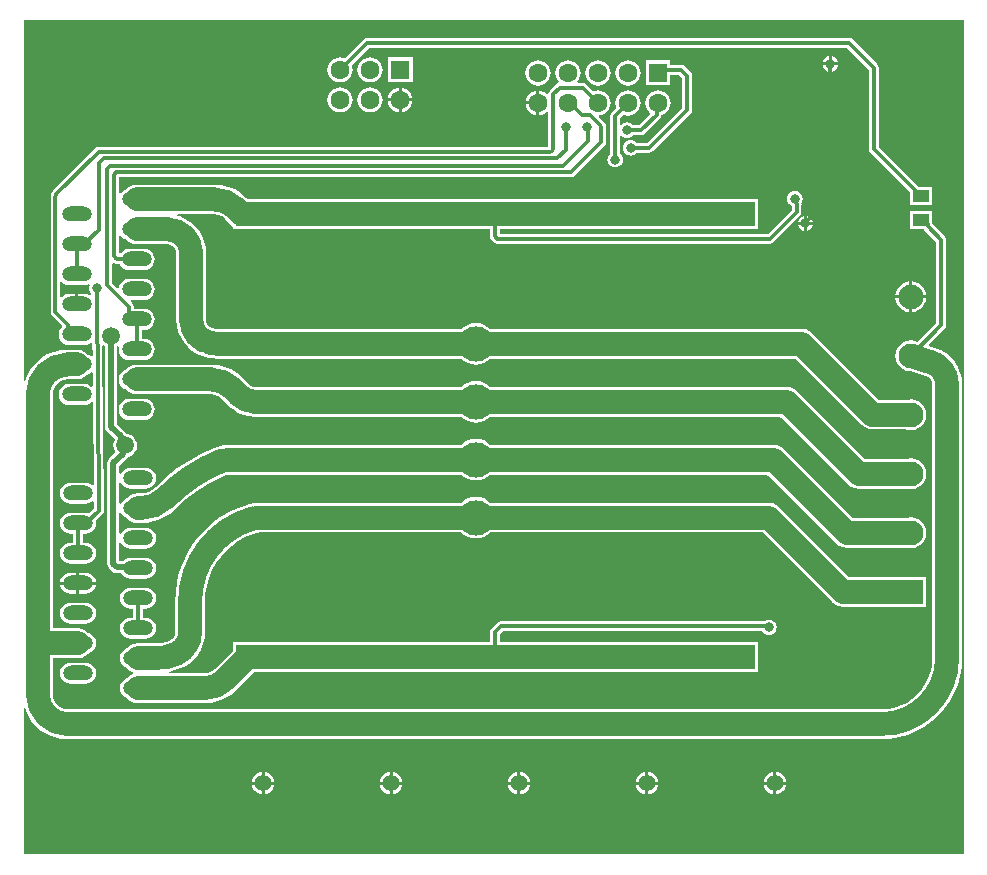
<source format=gtl>
G04*
G04 #@! TF.GenerationSoftware,Altium Limited,Altium Designer,20.0.13 (296)*
G04*
G04 Layer_Physical_Order=1*
G04 Layer_Color=255*
%FSLAX44Y44*%
%MOMM*%
G71*
G01*
G75*
%ADD14R,3.4000X2.0000*%
%ADD15R,1.4000X1.0000*%
%ADD30C,2.0000*%
%ADD31C,0.3000*%
%ADD32C,0.5000*%
%ADD33O,2.5400X1.2700*%
%ADD34R,1.4000X1.4000*%
%ADD35C,1.4000*%
%ADD36C,1.6050*%
%ADD37R,1.6050X1.6050*%
%ADD38R,2.1000X2.1000*%
%ADD39C,2.1000*%
%ADD40C,0.8000*%
%ADD41C,1.5000*%
%ADD42C,3.0000*%
%ADD43C,4.0000*%
G36*
X288167Y737035D02*
X290329Y736139D01*
X292650Y735833D01*
X305350D01*
X307671Y736139D01*
X309090Y736727D01*
X310062Y735755D01*
X309628Y734707D01*
X309404Y733000D01*
X309628Y731293D01*
X310287Y729702D01*
X311336Y728336D01*
X311394Y728291D01*
X311349Y727603D01*
X310037Y727009D01*
X309833Y727165D01*
X307671Y728061D01*
X305350Y728367D01*
X300270D01*
Y719400D01*
X297730D01*
Y728367D01*
X292650D01*
X290329Y728061D01*
X288167Y727165D01*
X286389Y725801D01*
X285850Y725897D01*
X285119Y726144D01*
Y738055D01*
X285850Y738304D01*
X286389Y738399D01*
X288167Y737035D01*
D02*
G37*
G36*
X1050000Y254000D02*
X254000D01*
Y377497D01*
X255205Y377640D01*
X257491Y372122D01*
X260611Y367030D01*
X264489Y362489D01*
X269030Y358611D01*
X274122Y355491D01*
X279640Y353205D01*
X285446Y351811D01*
X291400Y351343D01*
Y351352D01*
X980000D01*
X980003Y351352D01*
X987686Y351784D01*
X995276Y353073D01*
X1002673Y355204D01*
X1009785Y358150D01*
X1016523Y361874D01*
X1022801Y366329D01*
X1028541Y371459D01*
X1033671Y377199D01*
X1038126Y383477D01*
X1041850Y390215D01*
X1044796Y397327D01*
X1046927Y404724D01*
X1048216Y412314D01*
X1048648Y419997D01*
X1048648Y420000D01*
Y651681D01*
X1048629Y651824D01*
X1048239Y656787D01*
X1047043Y661767D01*
X1045083Y666499D01*
X1042407Y670866D01*
X1039080Y674761D01*
X1035186Y678087D01*
X1030818Y680764D01*
X1026087Y682724D01*
X1025798Y682793D01*
X1025589Y682889D01*
X1020746Y684382D01*
X1020440Y685614D01*
X1033913Y699087D01*
X1034806Y700424D01*
X1035119Y702000D01*
Y774000D01*
X1034806Y775576D01*
X1033913Y776913D01*
X1023619Y787206D01*
Y787500D01*
X1023540Y787898D01*
Y798540D01*
X1004460D01*
Y783460D01*
X1016004D01*
X1016587Y782587D01*
X1026881Y772294D01*
Y703706D01*
X1010861Y687687D01*
X1008404Y688704D01*
X1005000Y689153D01*
X1001596Y688704D01*
X998424Y687390D01*
X995700Y685300D01*
X993610Y682576D01*
X992296Y679404D01*
X991848Y676000D01*
X992296Y672596D01*
X993610Y669424D01*
X995700Y666700D01*
X998424Y664610D01*
X1001596Y663296D01*
X1004530Y662909D01*
X1018137Y658715D01*
X1018209Y658703D01*
X1019698Y658086D01*
X1021230Y656910D01*
X1022405Y655379D01*
X1023144Y653595D01*
X1023374Y651850D01*
X1023352Y651681D01*
Y420000D01*
X1023401Y419624D01*
X1023055Y414332D01*
X1021946Y408760D01*
X1020120Y403382D01*
X1017608Y398287D01*
X1014452Y393564D01*
X1010707Y389293D01*
X1006436Y385548D01*
X1001713Y382392D01*
X996618Y379880D01*
X991239Y378054D01*
X985668Y376946D01*
X980376Y376599D01*
X980000Y376648D01*
X291400D01*
X291054Y376603D01*
X288076Y376995D01*
X284979Y378278D01*
X282319Y380319D01*
X280278Y382979D01*
X278995Y386076D01*
X278603Y389054D01*
X278648Y389400D01*
Y419952D01*
X300000D01*
X303274Y420383D01*
X306324Y421646D01*
X308944Y423656D01*
X309389Y424236D01*
X310833Y424835D01*
X312690Y426259D01*
X314115Y428117D01*
X315011Y430279D01*
X315317Y432600D01*
X315011Y434921D01*
X314115Y437083D01*
X312690Y438940D01*
X310833Y440365D01*
X309389Y440964D01*
X308944Y441544D01*
X306324Y443554D01*
X303274Y444817D01*
X300000Y445248D01*
X278648D01*
Y643200D01*
X278603Y643546D01*
X278995Y646524D01*
X280278Y649621D01*
X282319Y652281D01*
X284979Y654322D01*
X288076Y655605D01*
X291054Y655997D01*
X291400Y655952D01*
X299000D01*
X302274Y656383D01*
X305324Y657646D01*
X307944Y659656D01*
X308389Y660236D01*
X309833Y660835D01*
X311285Y661949D01*
X312560Y661419D01*
X312667Y650196D01*
X311401Y649763D01*
X309833Y650965D01*
X307671Y651861D01*
X305350Y652167D01*
X292650D01*
X290329Y651861D01*
X288167Y650965D01*
X286310Y649540D01*
X284885Y647683D01*
X283989Y645521D01*
X283683Y643200D01*
X283989Y640879D01*
X284885Y638717D01*
X286310Y636860D01*
X288167Y635435D01*
X290329Y634539D01*
X292650Y634233D01*
X305350D01*
X307671Y634539D01*
X309833Y635435D01*
X311525Y636732D01*
X312797Y636430D01*
X313457Y566953D01*
X312193Y566322D01*
X310833Y567365D01*
X308671Y568261D01*
X306350Y568567D01*
X293650D01*
X291329Y568261D01*
X289167Y567365D01*
X287310Y565940D01*
X285885Y564083D01*
X284989Y561921D01*
X284683Y559600D01*
X284989Y557279D01*
X285885Y555117D01*
X287310Y553260D01*
X289167Y551835D01*
X291329Y550939D01*
X293650Y550633D01*
X306350D01*
X308671Y550939D01*
X310833Y551835D01*
X312320Y552975D01*
X313594Y552478D01*
X313651Y546477D01*
X309636Y542461D01*
X308671Y542861D01*
X306350Y543167D01*
X293650D01*
X291329Y542861D01*
X289167Y541965D01*
X287310Y540540D01*
X285885Y538683D01*
X284989Y536521D01*
X284683Y534200D01*
X284989Y531879D01*
X285885Y529717D01*
X287310Y527859D01*
X289167Y526435D01*
X291329Y525539D01*
X293650Y525233D01*
X295881D01*
Y517767D01*
X293650D01*
X291329Y517461D01*
X289167Y516565D01*
X287310Y515140D01*
X285885Y513283D01*
X284989Y511121D01*
X284683Y508800D01*
X284989Y506479D01*
X285885Y504317D01*
X287310Y502459D01*
X289167Y501035D01*
X291329Y500139D01*
X293650Y499833D01*
X306350D01*
X308671Y500139D01*
X310833Y501035D01*
X312690Y502459D01*
X314115Y504317D01*
X315011Y506479D01*
X315317Y508800D01*
X315011Y511121D01*
X314115Y513283D01*
X312690Y515140D01*
X310833Y516565D01*
X308671Y517461D01*
X306350Y517767D01*
X304119D01*
Y525233D01*
X306350D01*
X308671Y525539D01*
X310833Y526435D01*
X312690Y527859D01*
X314115Y529717D01*
X315011Y531879D01*
X315317Y534200D01*
X315050Y536225D01*
X320699Y541874D01*
X320710Y541891D01*
X320727Y541902D01*
X321156Y542558D01*
X321592Y543210D01*
X321596Y543230D01*
X321607Y543247D01*
X321753Y544018D01*
X321906Y544787D01*
X321902Y544806D01*
X321906Y544826D01*
X321894Y546085D01*
X320580Y684437D01*
X321844Y685068D01*
X322861Y684288D01*
Y616000D01*
X323252Y614034D01*
X324366Y612366D01*
X331421Y605312D01*
X331230Y605063D01*
X330218Y602621D01*
X329873Y600000D01*
X330218Y597379D01*
X331230Y594937D01*
X331855Y594122D01*
X326366Y588634D01*
X325252Y586967D01*
X324861Y585000D01*
Y499929D01*
X325252Y497962D01*
X326366Y496295D01*
X329295Y493366D01*
X330962Y492252D01*
X332929Y491861D01*
X336583D01*
X336685Y491617D01*
X338110Y489759D01*
X339967Y488335D01*
X342129Y487439D01*
X344450Y487133D01*
X357150D01*
X359471Y487439D01*
X361633Y488335D01*
X363490Y489759D01*
X364915Y491617D01*
X365811Y493779D01*
X366117Y496100D01*
X365811Y498421D01*
X364915Y500583D01*
X363490Y502440D01*
X361633Y503865D01*
X359471Y504761D01*
X357150Y505067D01*
X344450D01*
X342129Y504761D01*
X339967Y503865D01*
X338110Y502440D01*
X337878Y502139D01*
X335139D01*
Y517430D01*
X336409Y517683D01*
X336685Y517017D01*
X338110Y515159D01*
X339967Y513735D01*
X342129Y512839D01*
X344450Y512533D01*
X357150D01*
X359471Y512839D01*
X361633Y513735D01*
X363490Y515159D01*
X364915Y517017D01*
X365811Y519179D01*
X366117Y521500D01*
X365811Y523821D01*
X364915Y525983D01*
X363490Y527840D01*
X361633Y529265D01*
X359471Y530161D01*
X357150Y530467D01*
X344450D01*
X342129Y530161D01*
X339967Y529265D01*
X338110Y527840D01*
X336685Y525983D01*
X336409Y525317D01*
X335139Y525570D01*
Y542830D01*
X336409Y543083D01*
X336685Y542417D01*
X338110Y540560D01*
X339967Y539135D01*
X341412Y538536D01*
X341856Y537956D01*
X344476Y535946D01*
X347526Y534683D01*
X350800Y534252D01*
X352804D01*
X352857Y534252D01*
Y534253D01*
X353071Y534281D01*
X358536Y534639D01*
X364118Y535749D01*
X369507Y537579D01*
X374611Y540096D01*
X379343Y543258D01*
X383360Y546781D01*
X383589Y546956D01*
X383593Y546960D01*
X383593Y546960D01*
X383593Y546960D01*
X383669Y547036D01*
X384023Y547496D01*
X391819Y554640D01*
X400720Y561470D01*
X410182Y567499D01*
X420135Y572679D01*
X425145Y574754D01*
X425145Y574754D01*
X426317Y575175D01*
X427809Y575371D01*
X427956Y575352D01*
X624763Y575352D01*
X627208Y573345D01*
X630255Y571717D01*
X633562Y570714D01*
X637000Y570375D01*
X640438Y570714D01*
X643745Y571717D01*
X646792Y573345D01*
X649237Y575352D01*
X883761D01*
X942056Y517056D01*
X942056Y517056D01*
X944676Y515046D01*
X947726Y513783D01*
X951000Y513352D01*
X951000Y513352D01*
X1001460D01*
X1001596Y513296D01*
X1005000Y512848D01*
X1008404Y513296D01*
X1011576Y514610D01*
X1014300Y516700D01*
X1016390Y519424D01*
X1017704Y522596D01*
X1018152Y526000D01*
X1017704Y529404D01*
X1016390Y532576D01*
X1014300Y535300D01*
X1011576Y537390D01*
X1008404Y538704D01*
X1005000Y539152D01*
X1001596Y538704D01*
X1001460Y538648D01*
X956239D01*
X897944Y596944D01*
X895324Y598954D01*
X892274Y600217D01*
X889000Y600648D01*
X889000Y600648D01*
X649237D01*
X646792Y602654D01*
X643745Y604283D01*
X640438Y605286D01*
X637000Y605625D01*
X633562Y605286D01*
X630255Y604283D01*
X627208Y602654D01*
X624763Y600648D01*
X429198Y600648D01*
X427956Y600648D01*
X427928Y600644D01*
Y600644D01*
X427748Y600621D01*
X422894Y600239D01*
X417914Y599043D01*
X415464Y598029D01*
X415422Y598130D01*
X404658Y593168D01*
X394120Y587266D01*
X384078Y580556D01*
X374594Y573079D01*
X365786Y564938D01*
X365786Y564938D01*
X364871Y564080D01*
X363022Y562562D01*
X359858Y560872D01*
X356426Y559830D01*
X353161Y559509D01*
X352864Y559548D01*
X352819Y559548D01*
X352815Y559548D01*
X352812Y559548D01*
X350800D01*
X347526Y559117D01*
X344476Y557854D01*
X341856Y555844D01*
X341412Y555264D01*
X339967Y554665D01*
X338110Y553240D01*
X336685Y551383D01*
X336409Y550717D01*
X335139Y550970D01*
Y568230D01*
X336409Y568483D01*
X336685Y567817D01*
X338110Y565960D01*
X339967Y564535D01*
X342129Y563639D01*
X344450Y563333D01*
X357150D01*
X359471Y563639D01*
X361633Y564535D01*
X363490Y565960D01*
X364915Y567817D01*
X365811Y569979D01*
X366117Y572300D01*
X365811Y574621D01*
X364915Y576783D01*
X363490Y578640D01*
X361633Y580065D01*
X359471Y580961D01*
X357150Y581267D01*
X344450D01*
X342129Y580961D01*
X339967Y580065D01*
X338110Y578640D01*
X336685Y576783D01*
X336409Y576117D01*
X335139Y576370D01*
Y582872D01*
X341720Y589453D01*
X342194Y590162D01*
X342621Y590218D01*
X345063Y591230D01*
X347161Y592839D01*
X348770Y594937D01*
X349782Y597379D01*
X350127Y600000D01*
X349782Y602621D01*
X348770Y605063D01*
X347161Y607161D01*
X345063Y608770D01*
X342621Y609782D01*
X340845Y610015D01*
X340027Y611240D01*
X333139Y618129D01*
Y683963D01*
X333708Y684331D01*
X334517Y683800D01*
X334774Y683508D01*
X334483Y681300D01*
X334789Y678979D01*
X335685Y676817D01*
X337110Y674960D01*
X338967Y673535D01*
X341129Y672639D01*
X343450Y672333D01*
X356150D01*
X358471Y672639D01*
X360633Y673535D01*
X362490Y674960D01*
X363915Y676817D01*
X364811Y678979D01*
X365117Y681300D01*
X364811Y683621D01*
X363915Y685783D01*
X362490Y687640D01*
X360633Y689065D01*
X358471Y689961D01*
X356150Y690267D01*
X353919D01*
Y697733D01*
X356150D01*
X358471Y698039D01*
X360633Y698935D01*
X362490Y700360D01*
X363915Y702217D01*
X364811Y704379D01*
X365117Y706700D01*
X364811Y709021D01*
X363915Y711183D01*
X362490Y713040D01*
X360633Y714465D01*
X358471Y715361D01*
X356150Y715667D01*
X347425D01*
Y717550D01*
X347112Y719126D01*
X346219Y720463D01*
X344722Y721960D01*
X345208Y723133D01*
X356150D01*
X358471Y723439D01*
X360633Y724335D01*
X362490Y725760D01*
X363915Y727617D01*
X364811Y729779D01*
X365117Y732100D01*
X364811Y734421D01*
X363915Y736583D01*
X362490Y738440D01*
X360633Y739865D01*
X358471Y740761D01*
X356150Y741067D01*
X343450D01*
X341129Y740761D01*
X338967Y739865D01*
X337110Y738440D01*
X335685Y736583D01*
X334789Y734421D01*
X334682Y733610D01*
X333479Y733202D01*
X329119Y737562D01*
Y753936D01*
X330258Y754497D01*
X330450Y754351D01*
X332162Y753641D01*
X333727Y753435D01*
X334000Y753381D01*
X334000Y753381D01*
X335534D01*
X335685Y753017D01*
X337110Y751160D01*
X338967Y749735D01*
X341129Y748839D01*
X343450Y748533D01*
X356150D01*
X358471Y748839D01*
X360633Y749735D01*
X362490Y751160D01*
X363915Y753017D01*
X364811Y755179D01*
X365117Y757500D01*
X364811Y759821D01*
X363915Y761983D01*
X362490Y763840D01*
X360633Y765265D01*
X358471Y766161D01*
X356150Y766467D01*
X343450D01*
X341129Y766161D01*
X338967Y765265D01*
X337110Y763840D01*
X336389Y762902D01*
X335119Y763333D01*
Y777067D01*
X336389Y777498D01*
X337110Y776560D01*
X338967Y775135D01*
X340411Y774536D01*
X340856Y773956D01*
X343476Y771946D01*
X346526Y770683D01*
X349800Y770252D01*
X376000D01*
X376169Y770274D01*
X377914Y770044D01*
X379698Y769305D01*
X381230Y768130D01*
X382405Y766598D01*
X383144Y764814D01*
X383374Y763069D01*
X383352Y762900D01*
X383352Y706390D01*
X383371Y706246D01*
X383761Y701283D01*
X384957Y696303D01*
X386917Y691571D01*
X389593Y687204D01*
X392920Y683309D01*
X396814Y679983D01*
X401181Y677307D01*
X405913Y675347D01*
X408719Y674673D01*
X409149Y674495D01*
X410170Y674325D01*
X411423Y674118D01*
X412877Y673829D01*
X420381Y673337D01*
Y673352D01*
X624763Y673352D01*
X627208Y671346D01*
X630255Y669717D01*
X633562Y668714D01*
X637000Y668375D01*
X640438Y668714D01*
X643745Y669717D01*
X646792Y671346D01*
X649237Y673352D01*
X907761D01*
X963865Y617248D01*
X963865Y617248D01*
X966485Y615238D01*
X969535Y613974D01*
X972809Y613543D01*
X1000998D01*
X1001596Y613296D01*
X1005000Y612848D01*
X1008404Y613296D01*
X1011576Y614610D01*
X1014300Y616700D01*
X1016390Y619424D01*
X1017704Y622596D01*
X1018152Y626000D01*
X1017704Y629404D01*
X1016390Y632576D01*
X1014300Y635300D01*
X1011576Y637390D01*
X1008404Y638704D01*
X1005000Y639152D01*
X1002623Y638839D01*
X978048D01*
X921944Y694944D01*
X919324Y696954D01*
X916274Y698217D01*
X913000Y698648D01*
X913000Y698648D01*
X649237D01*
X646792Y700655D01*
X643745Y702283D01*
X640438Y703286D01*
X637000Y703625D01*
X633562Y703286D01*
X630255Y702283D01*
X627208Y700655D01*
X624763Y698648D01*
X420381Y698648D01*
X419998Y698598D01*
X415932Y698918D01*
X414687Y699166D01*
X413498Y699489D01*
X412302Y699984D01*
X410770Y701160D01*
X409595Y702691D01*
X408856Y704475D01*
X408626Y706221D01*
X408648Y706390D01*
X408648Y761630D01*
X408648Y762900D01*
X408648Y762900D01*
X408629Y763043D01*
X408239Y768006D01*
X407043Y772987D01*
X405083Y777719D01*
X402407Y782086D01*
X399080Y785980D01*
X395186Y789307D01*
X390818Y791983D01*
X386087Y793943D01*
X384259Y794382D01*
X384409Y795652D01*
X415551D01*
X415897Y795697D01*
X418875Y795305D01*
X421973Y794022D01*
X424356Y792194D01*
X424568Y791917D01*
X429428Y787056D01*
X431690Y785321D01*
Y783460D01*
X437550D01*
X438372Y783352D01*
X439194Y783460D01*
X450408D01*
X451230Y783352D01*
X648881D01*
Y777000D01*
X649194Y775424D01*
X650087Y774087D01*
X652087Y772087D01*
X653424Y771194D01*
X655000Y770881D01*
X886000D01*
X887576Y771194D01*
X888913Y772087D01*
X911413Y794587D01*
X912306Y795924D01*
X912619Y797500D01*
Y802961D01*
X912708Y804208D01*
X912763Y804342D01*
X912644Y805612D01*
X912713Y805702D01*
X913372Y807293D01*
X913596Y809000D01*
X913372Y810707D01*
X912713Y812298D01*
X911664Y813664D01*
X910298Y814713D01*
X908707Y815372D01*
X907000Y815596D01*
X905293Y815372D01*
X903702Y814713D01*
X902336Y813664D01*
X901287Y812298D01*
X900628Y810707D01*
X900404Y809000D01*
X900628Y807293D01*
X901287Y805702D01*
X902336Y804336D01*
X903702Y803287D01*
X904340Y803023D01*
X904381Y802982D01*
Y799206D01*
X884294Y779119D01*
X657119D01*
Y783352D01*
X856000D01*
X856822Y783460D01*
X875540D01*
Y808540D01*
X856822D01*
X856000Y808648D01*
X451230D01*
X450408Y808540D01*
X443719D01*
X442455Y809804D01*
X442462Y809811D01*
X437921Y813689D01*
X432829Y816809D01*
X427311Y819095D01*
X421505Y820489D01*
X415551Y820957D01*
Y820948D01*
X349800D01*
X346526Y820517D01*
X343476Y819254D01*
X340856Y817244D01*
X340411Y816664D01*
X338967Y816065D01*
X337110Y814640D01*
X336389Y813701D01*
X335119Y814133D01*
Y827320D01*
X717439D01*
X719016Y827634D01*
X720352Y828527D01*
X745913Y854087D01*
X746806Y855424D01*
X747119Y857000D01*
Y869128D01*
X747065Y869401D01*
X746859Y870965D01*
X746149Y872678D01*
X745189Y873930D01*
X745034Y874162D01*
X741048Y878148D01*
X741503Y879489D01*
X743158Y879707D01*
X745728Y880771D01*
X747935Y882465D01*
X749629Y884672D01*
X750693Y887242D01*
X751056Y890000D01*
X750693Y892758D01*
X749629Y895328D01*
X747935Y897535D01*
X745728Y899229D01*
X743158Y900293D01*
X740400Y900656D01*
X737642Y900293D01*
X736433Y899792D01*
X730313Y905913D01*
X728976Y906806D01*
X727400Y907119D01*
X723564D01*
X722937Y908389D01*
X724229Y910072D01*
X725293Y912642D01*
X725656Y915400D01*
X725293Y918158D01*
X724229Y920728D01*
X722535Y922935D01*
X720328Y924629D01*
X717758Y925693D01*
X715000Y926056D01*
X712242Y925693D01*
X709672Y924629D01*
X707465Y922935D01*
X705771Y920728D01*
X704707Y918158D01*
X704344Y915400D01*
X704707Y912642D01*
X705771Y910072D01*
X707170Y908249D01*
X706872Y907094D01*
X706691Y906859D01*
X706424Y906806D01*
X705087Y905913D01*
X699422Y900248D01*
X698529Y898911D01*
X698354Y898032D01*
X697646Y897744D01*
X696984Y897651D01*
X694928Y899229D01*
X692358Y900293D01*
X690870Y900489D01*
Y890000D01*
Y879511D01*
X692358Y879707D01*
X694928Y880771D01*
X696946Y882320D01*
X698216Y881990D01*
Y852659D01*
X317540D01*
X315964Y852346D01*
X314627Y851453D01*
X278966Y815791D01*
X278811Y815560D01*
X277851Y814308D01*
X277141Y812595D01*
X276935Y811031D01*
X276881Y810757D01*
Y713000D01*
X277194Y711423D01*
X278087Y710087D01*
X278966Y709209D01*
X278966Y709208D01*
X286491Y701683D01*
X286408Y700416D01*
X286310Y700340D01*
X284885Y698483D01*
X283989Y696321D01*
X283683Y694000D01*
X283989Y691679D01*
X284885Y689517D01*
X286310Y687660D01*
X288167Y686235D01*
X290329Y685339D01*
X292650Y685033D01*
X305350D01*
X307671Y685339D01*
X309833Y686235D01*
X311046Y687165D01*
X312322Y686543D01*
X312422Y675980D01*
X311158Y675349D01*
X309833Y676365D01*
X308389Y676964D01*
X307944Y677544D01*
X305324Y679554D01*
X302274Y680817D01*
X299000Y681248D01*
X291400D01*
Y681257D01*
X285446Y680789D01*
X279640Y679395D01*
X274122Y677109D01*
X269030Y673989D01*
X264489Y670111D01*
X260611Y665570D01*
X257491Y660478D01*
X255205Y654960D01*
X254000Y655103D01*
Y960000D01*
X1050000D01*
Y254000D01*
D02*
G37*
%LPC*%
G36*
X938270Y929429D02*
Y924270D01*
X943429D01*
X943372Y924707D01*
X942713Y926298D01*
X941664Y927664D01*
X940298Y928713D01*
X938707Y929372D01*
X938270Y929429D01*
D02*
G37*
G36*
X935730D02*
X935293Y929372D01*
X933702Y928713D01*
X932336Y927664D01*
X931287Y926298D01*
X930628Y924707D01*
X930571Y924270D01*
X935730D01*
Y929429D01*
D02*
G37*
G36*
X943429Y921730D02*
X938270D01*
Y916571D01*
X938707Y916628D01*
X940298Y917287D01*
X941664Y918336D01*
X942713Y919702D01*
X943372Y921293D01*
X943429Y921730D01*
D02*
G37*
G36*
X935730D02*
X930571D01*
X930628Y921293D01*
X931287Y919702D01*
X932336Y918336D01*
X933702Y917287D01*
X935293Y916628D01*
X935730Y916571D01*
Y921730D01*
D02*
G37*
G36*
X583365Y928565D02*
X562235D01*
Y907435D01*
X583365D01*
Y928565D01*
D02*
G37*
G36*
X547400Y928656D02*
X544642Y928293D01*
X542072Y927228D01*
X539865Y925535D01*
X538172Y923328D01*
X537107Y920758D01*
X536744Y918000D01*
X537107Y915242D01*
X538172Y912672D01*
X539865Y910465D01*
X542072Y908772D01*
X544642Y907707D01*
X547400Y907344D01*
X550158Y907707D01*
X552728Y908772D01*
X554935Y910465D01*
X556628Y912672D01*
X557693Y915242D01*
X558056Y918000D01*
X557693Y920758D01*
X556628Y923328D01*
X554935Y925535D01*
X552728Y927228D01*
X550158Y928293D01*
X547400Y928656D01*
D02*
G37*
G36*
X765800Y926056D02*
X763042Y925693D01*
X760472Y924629D01*
X758265Y922935D01*
X756572Y920728D01*
X755507Y918158D01*
X755144Y915400D01*
X755507Y912642D01*
X756572Y910072D01*
X758265Y907865D01*
X760472Y906171D01*
X763042Y905107D01*
X765800Y904744D01*
X768558Y905107D01*
X771128Y906171D01*
X773335Y907865D01*
X775029Y910072D01*
X776093Y912642D01*
X776456Y915400D01*
X776093Y918158D01*
X775029Y920728D01*
X773335Y922935D01*
X771128Y924629D01*
X768558Y925693D01*
X765800Y926056D01*
D02*
G37*
G36*
X740400D02*
X737642Y925693D01*
X735072Y924629D01*
X732865Y922935D01*
X731171Y920728D01*
X730107Y918158D01*
X729744Y915400D01*
X730107Y912642D01*
X731171Y910072D01*
X732865Y907865D01*
X735072Y906171D01*
X737642Y905107D01*
X740400Y904744D01*
X743158Y905107D01*
X745728Y906171D01*
X747935Y907865D01*
X749629Y910072D01*
X750693Y912642D01*
X751056Y915400D01*
X750693Y918158D01*
X749629Y920728D01*
X747935Y922935D01*
X745728Y924629D01*
X743158Y925693D01*
X740400Y926056D01*
D02*
G37*
G36*
X689600D02*
X686842Y925693D01*
X684272Y924629D01*
X682065Y922935D01*
X680371Y920728D01*
X679307Y918158D01*
X678944Y915400D01*
X679307Y912642D01*
X680371Y910072D01*
X682065Y907865D01*
X684272Y906171D01*
X686842Y905107D01*
X689600Y904744D01*
X692358Y905107D01*
X694928Y906171D01*
X697135Y907865D01*
X698829Y910072D01*
X699893Y912642D01*
X700256Y915400D01*
X699893Y918158D01*
X698829Y920728D01*
X697135Y922935D01*
X694928Y924629D01*
X692358Y925693D01*
X689600Y926056D01*
D02*
G37*
G36*
X574070Y903089D02*
Y893870D01*
X583289D01*
X583093Y895358D01*
X582029Y897928D01*
X580335Y900135D01*
X578128Y901829D01*
X575558Y902893D01*
X574070Y903089D01*
D02*
G37*
G36*
X571530Y903089D02*
X570042Y902893D01*
X567472Y901829D01*
X565265Y900135D01*
X563572Y897928D01*
X562507Y895358D01*
X562311Y893870D01*
X571530D01*
Y903089D01*
D02*
G37*
G36*
X688330Y900489D02*
X686842Y900293D01*
X684272Y899229D01*
X682065Y897535D01*
X680371Y895328D01*
X679307Y892758D01*
X679111Y891270D01*
X688330D01*
Y900489D01*
D02*
G37*
G36*
X571530Y891330D02*
X562311D01*
X562507Y889842D01*
X563572Y887272D01*
X565265Y885065D01*
X567472Y883372D01*
X570042Y882307D01*
X571530Y882111D01*
Y891330D01*
D02*
G37*
G36*
X583289D02*
X574070D01*
Y882111D01*
X575558Y882307D01*
X578128Y883372D01*
X580335Y885065D01*
X582029Y887272D01*
X583093Y889842D01*
X583289Y891330D01*
D02*
G37*
G36*
X547400Y903256D02*
X544642Y902893D01*
X542072Y901829D01*
X539865Y900135D01*
X538172Y897928D01*
X537107Y895358D01*
X536744Y892600D01*
X537107Y889842D01*
X538172Y887272D01*
X539865Y885065D01*
X542072Y883372D01*
X544642Y882307D01*
X547400Y881944D01*
X550158Y882307D01*
X552728Y883372D01*
X554935Y885065D01*
X556628Y887272D01*
X557693Y889842D01*
X558056Y892600D01*
X557693Y895358D01*
X556628Y897928D01*
X554935Y900135D01*
X552728Y901829D01*
X550158Y902893D01*
X547400Y903256D01*
D02*
G37*
G36*
X522000D02*
X519242Y902893D01*
X516672Y901829D01*
X514465Y900135D01*
X512771Y897928D01*
X511707Y895358D01*
X511344Y892600D01*
X511707Y889842D01*
X512771Y887272D01*
X514465Y885065D01*
X516672Y883372D01*
X519242Y882307D01*
X522000Y881944D01*
X524758Y882307D01*
X527328Y883372D01*
X529535Y885065D01*
X531228Y887272D01*
X532293Y889842D01*
X532656Y892600D01*
X532293Y895358D01*
X531228Y897928D01*
X529535Y900135D01*
X527328Y901829D01*
X524758Y902893D01*
X522000Y903256D01*
D02*
G37*
G36*
X688330Y888730D02*
X679111D01*
X679307Y887242D01*
X680371Y884672D01*
X682065Y882465D01*
X684272Y880771D01*
X686842Y879707D01*
X688330Y879511D01*
Y888730D01*
D02*
G37*
G36*
X791200Y900656D02*
X788442Y900293D01*
X785872Y899229D01*
X783665Y897535D01*
X781972Y895328D01*
X780907Y892758D01*
X780544Y890000D01*
X780907Y887242D01*
X781972Y884672D01*
X783665Y882465D01*
X784584Y881760D01*
X784667Y880492D01*
X775294Y871119D01*
X770083D01*
X769664Y871664D01*
X768298Y872713D01*
X766707Y873372D01*
X765000Y873596D01*
X763293Y873372D01*
X761702Y872713D01*
X760389Y871705D01*
X760142Y871744D01*
X759119Y872165D01*
Y877494D01*
X761833Y880208D01*
X763042Y879707D01*
X765800Y879344D01*
X768558Y879707D01*
X771128Y880771D01*
X773335Y882465D01*
X775029Y884672D01*
X776093Y887242D01*
X776456Y890000D01*
X776093Y892758D01*
X775029Y895328D01*
X773335Y897535D01*
X771128Y899229D01*
X768558Y900293D01*
X765800Y900656D01*
X763042Y900293D01*
X760472Y899229D01*
X758265Y897535D01*
X756572Y895328D01*
X755507Y892758D01*
X755144Y890000D01*
X755507Y887242D01*
X756008Y886033D01*
X752087Y882113D01*
X751194Y880776D01*
X750881Y879200D01*
Y847083D01*
X750336Y846664D01*
X749287Y845298D01*
X748628Y843707D01*
X748404Y842000D01*
X748628Y840293D01*
X749287Y838702D01*
X750336Y837336D01*
X751702Y836287D01*
X753293Y835628D01*
X755000Y835404D01*
X756707Y835628D01*
X758298Y836287D01*
X759664Y837336D01*
X760713Y838702D01*
X761372Y840293D01*
X761596Y842000D01*
X761372Y843707D01*
X760713Y845298D01*
X759664Y846664D01*
X759119Y847083D01*
Y861835D01*
X760142Y862256D01*
X760389Y862294D01*
X761702Y861287D01*
X763293Y860628D01*
X765000Y860404D01*
X766707Y860628D01*
X768298Y861287D01*
X769664Y862336D01*
X770083Y862881D01*
X777000D01*
X778576Y863194D01*
X779913Y864087D01*
X792913Y877087D01*
X793806Y878424D01*
X794070Y879753D01*
X796528Y880771D01*
X798735Y882465D01*
X800428Y884672D01*
X801493Y887242D01*
X801856Y890000D01*
X801493Y892758D01*
X800428Y895328D01*
X798735Y897535D01*
X796528Y899229D01*
X793958Y900293D01*
X791200Y900656D01*
D02*
G37*
G36*
X801765Y925965D02*
X780635D01*
Y904835D01*
X801765D01*
Y913881D01*
X809294D01*
X811881Y911294D01*
Y885706D01*
X782294Y856119D01*
X773083D01*
X772664Y856664D01*
X771298Y857713D01*
X769707Y858372D01*
X768000Y858596D01*
X766293Y858372D01*
X764702Y857713D01*
X763336Y856664D01*
X762287Y855298D01*
X761628Y853707D01*
X761404Y852000D01*
X761628Y850293D01*
X762287Y848702D01*
X763336Y847336D01*
X764702Y846287D01*
X766293Y845628D01*
X768000Y845404D01*
X769707Y845628D01*
X771298Y846287D01*
X772664Y847336D01*
X773083Y847881D01*
X784000D01*
X785576Y848194D01*
X786913Y849087D01*
X818913Y881087D01*
X819806Y882424D01*
X820119Y884000D01*
Y913000D01*
X819806Y914576D01*
X818913Y915913D01*
X813913Y920913D01*
X812576Y921806D01*
X811000Y922119D01*
X801765D01*
Y925965D01*
D02*
G37*
G36*
X953000Y945119D02*
X545000D01*
X543424Y944806D01*
X542087Y943913D01*
X525967Y927792D01*
X524758Y928293D01*
X522000Y928656D01*
X519242Y928293D01*
X516672Y927228D01*
X514465Y925535D01*
X512771Y923328D01*
X511707Y920758D01*
X511344Y918000D01*
X511707Y915242D01*
X512771Y912672D01*
X514465Y910465D01*
X516672Y908772D01*
X519242Y907707D01*
X522000Y907344D01*
X524758Y907707D01*
X527328Y908772D01*
X529535Y910465D01*
X531228Y912672D01*
X532293Y915242D01*
X532656Y918000D01*
X532293Y920758D01*
X531792Y921967D01*
X546706Y936881D01*
X951294D01*
X969881Y918294D01*
Y851000D01*
X970194Y849424D01*
X971087Y848087D01*
X1004381Y814794D01*
Y814500D01*
X1004460Y814102D01*
Y803460D01*
X1023540D01*
Y818540D01*
X1011996D01*
X1011413Y819413D01*
X978119Y852706D01*
Y920000D01*
X977806Y921576D01*
X976913Y922913D01*
X955913Y943913D01*
X954576Y944806D01*
X953000Y945119D01*
D02*
G37*
G36*
X917270Y794429D02*
Y789270D01*
X922429D01*
X922372Y789707D01*
X921713Y791298D01*
X920664Y792664D01*
X919298Y793713D01*
X917707Y794372D01*
X917270Y794429D01*
D02*
G37*
G36*
X914730D02*
X914293Y794372D01*
X912702Y793713D01*
X911336Y792664D01*
X910287Y791298D01*
X909628Y789707D01*
X909571Y789270D01*
X914730D01*
Y794429D01*
D02*
G37*
G36*
X922429Y786730D02*
X917270D01*
Y781571D01*
X917707Y781628D01*
X919298Y782287D01*
X920664Y783336D01*
X921713Y784702D01*
X922372Y786293D01*
X922429Y786730D01*
D02*
G37*
G36*
X914730D02*
X909571D01*
X909628Y786293D01*
X910287Y784702D01*
X911336Y783336D01*
X912702Y782287D01*
X914293Y781628D01*
X914730Y781571D01*
Y786730D01*
D02*
G37*
G36*
X1006270Y738985D02*
Y727270D01*
X1017985D01*
X1017704Y729404D01*
X1016390Y732576D01*
X1014300Y735300D01*
X1011576Y737390D01*
X1008404Y738704D01*
X1006270Y738985D01*
D02*
G37*
G36*
X1003730Y738985D02*
X1001596Y738704D01*
X998424Y737390D01*
X995700Y735300D01*
X993610Y732576D01*
X992296Y729404D01*
X992015Y727270D01*
X1003730D01*
Y738985D01*
D02*
G37*
G36*
Y724730D02*
X992015D01*
X992296Y722596D01*
X993610Y719424D01*
X995700Y716700D01*
X998424Y714610D01*
X1001596Y713296D01*
X1003730Y713015D01*
Y724730D01*
D02*
G37*
G36*
X1017985D02*
X1006270D01*
Y713015D01*
X1008404Y713296D01*
X1011576Y714610D01*
X1014300Y716700D01*
X1016390Y719424D01*
X1017704Y722596D01*
X1017985Y724730D01*
D02*
G37*
G36*
X356150Y639467D02*
X343450D01*
X341129Y639161D01*
X338967Y638265D01*
X337110Y636840D01*
X335685Y634983D01*
X334789Y632821D01*
X334483Y630500D01*
X334789Y628179D01*
X335685Y626017D01*
X337110Y624160D01*
X338967Y622735D01*
X341129Y621839D01*
X343450Y621533D01*
X356150D01*
X358471Y621839D01*
X360633Y622735D01*
X362490Y624160D01*
X363915Y626017D01*
X364811Y628179D01*
X365117Y630500D01*
X364811Y632821D01*
X363915Y634983D01*
X362490Y636840D01*
X360633Y638265D01*
X358471Y639161D01*
X356150Y639467D01*
D02*
G37*
G36*
X412579Y668557D02*
Y668548D01*
X349800D01*
X346526Y668117D01*
X343476Y666854D01*
X340856Y664844D01*
X340411Y664264D01*
X338967Y663665D01*
X337110Y662240D01*
X335685Y660383D01*
X334789Y658221D01*
X334483Y655900D01*
X334789Y653579D01*
X335685Y651417D01*
X337110Y649560D01*
X338967Y648135D01*
X340411Y647536D01*
X340856Y646956D01*
X343476Y644946D01*
X346526Y643683D01*
X349800Y643252D01*
X412579D01*
X412925Y643297D01*
X415903Y642905D01*
X419000Y641622D01*
X421383Y639794D01*
X421596Y639517D01*
X426330Y634782D01*
X427192Y633921D01*
X427192Y633920D01*
X427193Y633919D01*
X427211Y633902D01*
X427215Y633899D01*
X427217Y633896D01*
X427230Y633886D01*
X427231Y633887D01*
X427348Y633797D01*
X431099Y630593D01*
X435466Y627917D01*
X440198Y625957D01*
X445178Y624761D01*
X450141Y624371D01*
X450284Y624352D01*
X624763D01*
X627208Y622346D01*
X630255Y620717D01*
X633562Y619714D01*
X637000Y619375D01*
X640438Y619714D01*
X643745Y620717D01*
X646792Y622346D01*
X649237Y624352D01*
X894761D01*
X952056Y567056D01*
X954676Y565046D01*
X957726Y563783D01*
X961000Y563352D01*
X961000Y563352D01*
X1001460D01*
X1001596Y563296D01*
X1005000Y562848D01*
X1008404Y563296D01*
X1011576Y564610D01*
X1014300Y566700D01*
X1016390Y569424D01*
X1017704Y572596D01*
X1018152Y576000D01*
X1017704Y579404D01*
X1016390Y582576D01*
X1014300Y585300D01*
X1011576Y587390D01*
X1008404Y588704D01*
X1005000Y589152D01*
X1001596Y588704D01*
X1001460Y588648D01*
X966239D01*
X908944Y645944D01*
X906324Y647954D01*
X903274Y649217D01*
X900000Y649648D01*
X900000Y649648D01*
X649237D01*
X646792Y651655D01*
X643745Y653283D01*
X640438Y654286D01*
X637000Y654625D01*
X633562Y654286D01*
X630255Y653283D01*
X627208Y651655D01*
X624763Y649648D01*
X450284D01*
X450115Y649626D01*
X448370Y649856D01*
X446586Y650595D01*
X445203Y651656D01*
X445110Y651777D01*
X445092Y651795D01*
X445088Y651798D01*
X445086Y651802D01*
X439483Y657404D01*
X439490Y657411D01*
X434949Y661289D01*
X429857Y664409D01*
X424339Y666695D01*
X418532Y668089D01*
X412579Y668557D01*
D02*
G37*
G36*
X637000Y556625D02*
X633562Y556286D01*
X630255Y555283D01*
X627208Y553655D01*
X624763Y551648D01*
X453526Y551648D01*
X453526Y551648D01*
Y551648D01*
X453383Y551629D01*
X448420Y551239D01*
X445590Y550559D01*
X444771Y550452D01*
X444586Y550375D01*
X444361Y550282D01*
X443290Y550013D01*
X435357Y547175D01*
X427740Y543573D01*
X420513Y539241D01*
X413746Y534222D01*
X407503Y528564D01*
X401845Y522321D01*
X396826Y515553D01*
X392494Y508326D01*
X388892Y500710D01*
X386053Y492777D01*
X384006Y484604D01*
X382770Y476269D01*
X382359Y467901D01*
X382353Y467854D01*
X382352D01*
X382352Y466584D01*
X382352Y441819D01*
X382375Y441642D01*
X382144Y439889D01*
X381405Y438105D01*
X380230Y436573D01*
X379157Y435750D01*
X378090Y435146D01*
X378090D01*
X376936Y434649D01*
X374999Y433846D01*
X370743Y432824D01*
X366698Y432506D01*
X366379Y432548D01*
X350800D01*
X347526Y432117D01*
X344476Y430854D01*
X341856Y428844D01*
X341412Y428264D01*
X339967Y427665D01*
X338110Y426240D01*
X336685Y424383D01*
X335789Y422221D01*
X335483Y419900D01*
X335789Y417579D01*
X336685Y415417D01*
X338110Y413559D01*
X339967Y412135D01*
X341412Y411536D01*
X341856Y410956D01*
X344476Y408946D01*
X347033Y407887D01*
Y406513D01*
X344476Y405454D01*
X341856Y403444D01*
X341412Y402864D01*
X339967Y402265D01*
X338110Y400840D01*
X336685Y398983D01*
X335789Y396821D01*
X335483Y394500D01*
X335789Y392179D01*
X336685Y390017D01*
X338110Y388159D01*
X339967Y386735D01*
X341412Y386136D01*
X341856Y385556D01*
X344476Y383546D01*
X347526Y382283D01*
X350800Y381852D01*
X406979D01*
Y381843D01*
X412932Y382311D01*
X418739Y383705D01*
X424257Y385991D01*
X429348Y389111D01*
X433890Y392989D01*
X433883Y392996D01*
X449239Y408352D01*
X856000D01*
X856822Y408460D01*
X875540D01*
Y433540D01*
X856822D01*
X856000Y433648D01*
X657119D01*
Y440294D01*
X659706Y442881D01*
X879213D01*
X879287Y442702D01*
X880336Y441336D01*
X881702Y440287D01*
X883293Y439628D01*
X885000Y439404D01*
X886707Y439628D01*
X888298Y440287D01*
X889664Y441336D01*
X890713Y442702D01*
X891372Y444293D01*
X891596Y446000D01*
X891372Y447707D01*
X890713Y449298D01*
X889664Y450664D01*
X888298Y451713D01*
X886707Y452372D01*
X885000Y452596D01*
X883293Y452372D01*
X881702Y451713D01*
X881262Y451376D01*
X881257Y451376D01*
X879963Y451119D01*
X658000D01*
X656424Y450806D01*
X655087Y449913D01*
X650087Y444913D01*
X649194Y443576D01*
X648881Y442000D01*
Y433648D01*
X444000D01*
X444000Y433648D01*
X443178Y433540D01*
X431460D01*
Y426347D01*
X415996Y410883D01*
X415783Y410606D01*
X413400Y408778D01*
X410303Y407495D01*
X407325Y407103D01*
X406979Y407148D01*
X377046D01*
X376921Y408418D01*
X380130Y409057D01*
X386711Y411291D01*
X387573Y411716D01*
X388712Y412262D01*
X389818Y412720D01*
X389866Y412749D01*
X394186Y415396D01*
X398080Y418723D01*
X401407Y422617D01*
X404083Y426985D01*
X406043Y431717D01*
X407239Y436697D01*
X407632Y441700D01*
X407648Y441819D01*
X407648Y467809D01*
X407648Y467812D01*
X407648Y467816D01*
X407648Y467861D01*
X407595Y468266D01*
X407953Y474644D01*
X409092Y481348D01*
X410975Y487883D01*
X413577Y494165D01*
X416866Y500117D01*
X420802Y505663D01*
X425333Y510734D01*
X430404Y515265D01*
X435950Y519201D01*
X441902Y522490D01*
X448184Y525092D01*
X451534Y526057D01*
X451534Y526057D01*
Y526057D01*
X452742Y526293D01*
X453357Y526374D01*
X453526Y526352D01*
X624763Y526352D01*
X627208Y524346D01*
X630255Y522717D01*
X633562Y521714D01*
X637000Y521375D01*
X640438Y521714D01*
X643745Y522717D01*
X646792Y524346D01*
X649237Y526352D01*
X879761D01*
X939056Y467056D01*
X941676Y465046D01*
X944726Y463783D01*
X948000Y463352D01*
X991960D01*
Y462960D01*
X1018040D01*
Y489040D01*
X991960D01*
Y488648D01*
X953239D01*
X893944Y547944D01*
X891324Y549954D01*
X888274Y551217D01*
X885000Y551648D01*
X885000Y551648D01*
X649237D01*
X646792Y553655D01*
X643745Y555283D01*
X640438Y556286D01*
X637000Y556625D01*
D02*
G37*
G36*
X306350Y492367D02*
X301270D01*
Y484670D01*
X315149D01*
X315011Y485721D01*
X314115Y487883D01*
X312690Y489740D01*
X310833Y491165D01*
X308671Y492061D01*
X306350Y492367D01*
D02*
G37*
G36*
X298730D02*
X293650D01*
X291329Y492061D01*
X289167Y491165D01*
X287310Y489740D01*
X285885Y487883D01*
X284989Y485721D01*
X284851Y484670D01*
X298730D01*
Y492367D01*
D02*
G37*
G36*
X315149Y482130D02*
X301270D01*
Y474433D01*
X306350D01*
X308671Y474739D01*
X310833Y475635D01*
X312690Y477060D01*
X314115Y478917D01*
X315011Y481079D01*
X315149Y482130D01*
D02*
G37*
G36*
X298730D02*
X284851D01*
X284989Y481079D01*
X285885Y478917D01*
X287310Y477060D01*
X289167Y475635D01*
X291329Y474739D01*
X293650Y474433D01*
X298730D01*
Y482130D01*
D02*
G37*
G36*
X306350Y466967D02*
X293650D01*
X291329Y466661D01*
X289167Y465765D01*
X287310Y464340D01*
X285885Y462483D01*
X284989Y460321D01*
X284683Y458000D01*
X284989Y455679D01*
X285885Y453517D01*
X287310Y451660D01*
X289167Y450235D01*
X291329Y449339D01*
X293650Y449033D01*
X306350D01*
X308671Y449339D01*
X310833Y450235D01*
X312690Y451660D01*
X314115Y453517D01*
X315011Y455679D01*
X315317Y458000D01*
X315011Y460321D01*
X314115Y462483D01*
X312690Y464340D01*
X310833Y465765D01*
X308671Y466661D01*
X306350Y466967D01*
D02*
G37*
G36*
X357150Y479667D02*
X344450D01*
X342129Y479361D01*
X339967Y478465D01*
X338110Y477040D01*
X336685Y475183D01*
X335789Y473021D01*
X335483Y470700D01*
X335789Y468379D01*
X336685Y466217D01*
X338110Y464360D01*
X339967Y462935D01*
X342129Y462039D01*
X344450Y461733D01*
X346681D01*
Y454267D01*
X344450D01*
X342129Y453961D01*
X339967Y453065D01*
X338110Y451640D01*
X336685Y449783D01*
X335789Y447621D01*
X335483Y445300D01*
X335789Y442979D01*
X336685Y440817D01*
X338110Y438960D01*
X339967Y437535D01*
X342129Y436639D01*
X344450Y436333D01*
X357150D01*
X359471Y436639D01*
X361633Y437535D01*
X363490Y438960D01*
X364915Y440817D01*
X365811Y442979D01*
X366117Y445300D01*
X365811Y447621D01*
X364915Y449783D01*
X363490Y451640D01*
X361633Y453065D01*
X359471Y453961D01*
X357150Y454267D01*
X354919D01*
Y461733D01*
X357150D01*
X359471Y462039D01*
X361633Y462935D01*
X363490Y464360D01*
X364915Y466217D01*
X365811Y468379D01*
X366117Y470700D01*
X365811Y473021D01*
X364915Y475183D01*
X363490Y477040D01*
X361633Y478465D01*
X359471Y479361D01*
X357150Y479667D01*
D02*
G37*
G36*
X306350Y416167D02*
X293650D01*
X291329Y415861D01*
X289167Y414965D01*
X287310Y413540D01*
X285885Y411683D01*
X284989Y409521D01*
X284683Y407200D01*
X284989Y404879D01*
X285885Y402717D01*
X287310Y400859D01*
X289167Y399435D01*
X291329Y398539D01*
X293650Y398233D01*
X306350D01*
X308671Y398539D01*
X310833Y399435D01*
X312690Y400859D01*
X314115Y402717D01*
X315011Y404879D01*
X315317Y407200D01*
X315011Y409521D01*
X314115Y411683D01*
X312690Y413540D01*
X310833Y414965D01*
X308671Y415861D01*
X306350Y416167D01*
D02*
G37*
G36*
X674770Y323455D02*
Y315270D01*
X682955D01*
X682794Y316490D01*
X681833Y318811D01*
X680304Y320804D01*
X678311Y322333D01*
X675990Y323294D01*
X674770Y323455D01*
D02*
G37*
G36*
X891270D02*
Y315270D01*
X899455D01*
X899294Y316490D01*
X898333Y318811D01*
X896804Y320804D01*
X894811Y322333D01*
X892490Y323294D01*
X891270Y323455D01*
D02*
G37*
G36*
X458270D02*
Y315270D01*
X466455D01*
X466295Y316490D01*
X465333Y318811D01*
X463804Y320804D01*
X461811Y322333D01*
X459491Y323294D01*
X458270Y323455D01*
D02*
G37*
G36*
X672230Y323455D02*
X671010Y323294D01*
X668689Y322333D01*
X666696Y320804D01*
X665167Y318811D01*
X664205Y316490D01*
X664045Y315270D01*
X672230D01*
Y323455D01*
D02*
G37*
G36*
X455730D02*
X454510Y323294D01*
X452189Y322333D01*
X450196Y320804D01*
X448667Y318811D01*
X447706Y316490D01*
X447545Y315270D01*
X455730D01*
Y323455D01*
D02*
G37*
G36*
X888730D02*
X887510Y323294D01*
X885189Y322333D01*
X883196Y320804D01*
X881667Y318811D01*
X880705Y316490D01*
X880545Y315270D01*
X888730D01*
Y323455D01*
D02*
G37*
G36*
X783020D02*
Y315270D01*
X791205D01*
X791044Y316490D01*
X790083Y318811D01*
X788554Y320804D01*
X786561Y322333D01*
X784240Y323294D01*
X783020Y323455D01*
D02*
G37*
G36*
X566520D02*
Y315270D01*
X574705D01*
X574544Y316490D01*
X573583Y318811D01*
X572054Y320804D01*
X570061Y322333D01*
X567740Y323294D01*
X566520Y323455D01*
D02*
G37*
G36*
X780480Y323455D02*
X779259Y323294D01*
X776939Y322333D01*
X774946Y320804D01*
X773417Y318811D01*
X772456Y316490D01*
X772295Y315270D01*
X780480D01*
Y323455D01*
D02*
G37*
G36*
X563980D02*
X562760Y323294D01*
X560439Y322333D01*
X558446Y320804D01*
X556917Y318811D01*
X555956Y316490D01*
X555795Y315270D01*
X563980D01*
Y323455D01*
D02*
G37*
G36*
X899455Y312730D02*
X891270D01*
Y304545D01*
X892490Y304706D01*
X894811Y305667D01*
X896804Y307196D01*
X898333Y309189D01*
X899294Y311510D01*
X899455Y312730D01*
D02*
G37*
G36*
X682955D02*
X674770D01*
Y304545D01*
X675990Y304706D01*
X678311Y305667D01*
X680304Y307196D01*
X681833Y309189D01*
X682794Y311510D01*
X682955Y312730D01*
D02*
G37*
G36*
X466455D02*
X458270D01*
Y304545D01*
X459491Y304706D01*
X461811Y305667D01*
X463804Y307196D01*
X465333Y309189D01*
X466295Y311510D01*
X466455Y312730D01*
D02*
G37*
G36*
X780480Y312730D02*
X772295D01*
X772456Y311510D01*
X773417Y309189D01*
X774946Y307196D01*
X776939Y305667D01*
X779259Y304706D01*
X780480Y304545D01*
Y312730D01*
D02*
G37*
G36*
X563980D02*
X555795D01*
X555956Y311510D01*
X556917Y309189D01*
X558446Y307196D01*
X560439Y305667D01*
X562760Y304706D01*
X563980Y304545D01*
Y312730D01*
D02*
G37*
G36*
X791205D02*
X783020D01*
Y304545D01*
X784240Y304706D01*
X786561Y305667D01*
X788554Y307196D01*
X790083Y309189D01*
X791044Y311510D01*
X791205Y312730D01*
D02*
G37*
G36*
X574705D02*
X566520D01*
Y304545D01*
X567740Y304706D01*
X570061Y305667D01*
X572054Y307196D01*
X573583Y309189D01*
X574544Y311510D01*
X574705Y312730D01*
D02*
G37*
G36*
X672230Y312730D02*
X664045D01*
X664205Y311510D01*
X665167Y309189D01*
X666696Y307196D01*
X668689Y305667D01*
X671010Y304706D01*
X672230Y304545D01*
Y312730D01*
D02*
G37*
G36*
X455730D02*
X447545D01*
X447706Y311510D01*
X448667Y309189D01*
X450196Y307196D01*
X452189Y305667D01*
X454510Y304706D01*
X455730Y304545D01*
Y312730D01*
D02*
G37*
G36*
X888730D02*
X880545D01*
X880705Y311510D01*
X881667Y309189D01*
X883196Y307196D01*
X885189Y305667D01*
X887510Y304706D01*
X888730Y304545D01*
Y312730D01*
D02*
G37*
%LPD*%
D14*
X496000Y481000D02*
D03*
Y421000D02*
D03*
X811000Y481000D02*
D03*
Y421000D02*
D03*
X721000Y481000D02*
D03*
Y421000D02*
D03*
X631000Y481000D02*
D03*
Y421000D02*
D03*
X451000Y481000D02*
D03*
Y421000D02*
D03*
X541000Y481000D02*
D03*
Y421000D02*
D03*
X586000Y481000D02*
D03*
Y421000D02*
D03*
X676000Y481000D02*
D03*
Y421000D02*
D03*
X766000Y481000D02*
D03*
Y421000D02*
D03*
X856000Y481000D02*
D03*
Y421000D02*
D03*
X496000Y796000D02*
D03*
Y736000D02*
D03*
X811000Y796000D02*
D03*
Y736000D02*
D03*
X721000Y796000D02*
D03*
Y736000D02*
D03*
X631000Y796000D02*
D03*
Y736000D02*
D03*
X451230Y796000D02*
D03*
Y736000D02*
D03*
X541000Y796000D02*
D03*
Y736000D02*
D03*
X586000Y796000D02*
D03*
Y736000D02*
D03*
X676000Y796000D02*
D03*
Y736000D02*
D03*
X766000Y796000D02*
D03*
Y736000D02*
D03*
X856000Y796000D02*
D03*
Y736000D02*
D03*
D15*
X1014000Y811000D02*
D03*
Y791000D02*
D03*
D30*
X291400Y668600D02*
G03*
X266000Y643200I0J-25400D01*
G01*
X396000Y762900D02*
G03*
X376000Y782900I-20000J0D01*
G01*
X396000Y706390D02*
G03*
X412422Y686712I20000J-0D01*
G01*
D02*
G03*
X420381Y686000I7959J44115D01*
G01*
X430540Y648460D02*
G03*
X412579Y655900I-17960J-17960D01*
G01*
X436161Y642840D02*
G03*
X450284Y637000I14124J14160D01*
G01*
X427956Y588000D02*
G03*
X420280Y586450I44J-20000D01*
G01*
X352857Y546900D02*
G03*
X374649Y555904I0J30875D01*
G01*
X420280Y586450D02*
G03*
X374730Y555984I54208J-130332D01*
G01*
X1036000Y651681D02*
G03*
X1021863Y670802I-20000J0D01*
G01*
X980000Y364000D02*
G03*
X1036000Y420000I0J56000D01*
G01*
X366379Y419900D02*
G03*
X383420Y423662I0J40476D01*
G01*
Y423662D02*
G03*
X395000Y441819I-8421J18141D01*
G01*
X406979Y394500D02*
G03*
X424939Y401940I0J25400D01*
G01*
X433512Y800861D02*
G03*
X415551Y808300I-17960J-17960D01*
G01*
X448045Y538234D02*
G03*
X395000Y467854I20168J-70380D01*
G01*
X453526Y539000D02*
G03*
X448045Y538234I0J-20000D01*
G01*
X266000Y435000D02*
G03*
X268400Y432600I2400J0D01*
G01*
X266000Y389400D02*
G03*
X291400Y364000I25400J0D01*
G01*
X266000Y435000D02*
Y643200D01*
X291400Y668600D02*
X299000D01*
X349800Y782900D02*
X376000D01*
X1005000Y626000D02*
X1005000Y626000D01*
X396000Y706390D02*
X396000Y762900D01*
X420381Y686000D02*
X637000Y686000D01*
X913000D01*
X349800Y655900D02*
X412579D01*
X450284Y637000D02*
X637000D01*
X430540Y648460D02*
X436142Y642858D01*
X436160Y642840D01*
X637000Y637000D02*
X900000D01*
X374649Y555904D02*
X374730Y555984D01*
X427956Y588000D02*
X637000Y588000D01*
X420280Y586450D02*
X420280Y586450D01*
X951000Y526000D02*
X1005000D01*
X889000Y588000D02*
X951000Y526000D01*
X637000Y588000D02*
X889000D01*
X948000Y476000D02*
X1005000D01*
X885000Y539000D02*
X948000Y476000D01*
X961000Y576000D02*
X1005000D01*
X900000Y637000D02*
X961000Y576000D01*
X1004809Y626191D02*
X1005000Y626000D01*
X972809Y626191D02*
X1004809D01*
X913000Y686000D02*
X972809Y626191D01*
X1036000Y420000D02*
Y651681D01*
X1005000Y676000D02*
X1021863Y670802D01*
X266000Y389400D02*
Y435000D01*
X653000Y796000D02*
X676000D01*
X631000D02*
X653000D01*
Y421000D02*
X676000D01*
X631000D02*
X653000D01*
X350800Y419900D02*
X366379D01*
X637000Y539000D02*
X885000D01*
X890000Y364000D02*
X980000D01*
X781750D02*
X890000D01*
X451000Y421000D02*
X496000D01*
X444000D02*
X451000D01*
X350800Y394500D02*
X406979D01*
X451230Y796000D02*
X496000D01*
X433512Y800861D02*
X438372Y796000D01*
X349800Y808300D02*
X415551D01*
X350800Y546900D02*
X352812D01*
X352857Y546900D01*
X395000Y467809D02*
X395000Y441819D01*
X453526Y539000D02*
X637000Y539000D01*
X395000Y467854D02*
X395000Y467809D01*
X291400Y364000D02*
X457000D01*
X541000Y421000D02*
X586000D01*
X676000D02*
X721000D01*
X811000D02*
X856000D01*
X721000D02*
X766000D01*
X811000D01*
X424939Y401940D02*
X444000Y421000D01*
X496000D02*
X541000D01*
X586000D02*
X631000D01*
X541000Y796000D02*
X586000D01*
X676000D02*
X721000D01*
X811000D02*
X856000D01*
X721000D02*
X766000D01*
X811000D01*
X496000D02*
X541000D01*
X586000D02*
X631000D01*
X268400Y432600D02*
X300000D01*
X673500Y364000D02*
X781750D01*
X565250D02*
X673500D01*
X457000D02*
X565250D01*
D31*
X717879Y889121D02*
G03*
X715757Y890000I-2121J-2121D01*
G01*
X743000Y869128D02*
G03*
X742121Y871249I-3000J0D01*
G01*
X331879Y830879D02*
G03*
X331000Y828757I2121J-2121D01*
G01*
X331000Y760500D02*
G03*
X334000Y757500I3000J0D01*
G01*
X699335Y848540D02*
G03*
X702335Y851540I0J3000D01*
G01*
X281879Y812879D02*
G03*
X281000Y810757I2121J-2121D01*
G01*
X794173Y918000D02*
G03*
X791200Y915400I0J-3000D01*
G01*
Y890000D02*
G03*
X790000Y887600I1800J-2400D01*
G01*
X908518Y804670D02*
G03*
X908500Y804342I2982J-329D01*
G01*
X332439Y831439D02*
X717439D01*
X743000Y857000D02*
Y869128D01*
X717439Y831439D02*
X743000Y857000D01*
X327494Y836979D02*
X710979D01*
X731767Y857766D02*
Y869234D01*
X710979Y836979D02*
X731767Y857766D01*
X702335Y897335D02*
X708000Y903000D01*
X727400D02*
X740400Y890000D01*
X708000Y903000D02*
X727400D01*
X281000Y713000D02*
Y810757D01*
X702335Y851540D02*
Y897335D01*
X281000Y713000D02*
X281879Y712121D01*
Y712121D02*
Y712121D01*
X706049Y843000D02*
X713000Y849951D01*
X322000Y843000D02*
X706049D01*
X731000Y870000D02*
X731767Y869234D01*
X713000Y849951D02*
Y870000D01*
X300000Y534200D02*
X307200D01*
X316000Y733000D02*
X317775Y546046D01*
X317787Y544787D01*
X307200Y534200D02*
X317787Y544787D01*
X325000Y735856D02*
X343306Y717550D01*
X325000Y735856D02*
Y834485D01*
X327494Y836979D01*
X334000Y757500D02*
Y757500D01*
X733330Y880040D02*
X742121Y871249D01*
X334000Y757500D02*
X349800D01*
X331879Y830879D02*
X332439Y831439D01*
X726960Y880040D02*
X733330D01*
X717879Y889121D02*
X726960Y880040D01*
X715000Y890000D02*
X715757D01*
X331000Y760500D02*
X331000Y828757D01*
X299000Y770200D02*
X305350D01*
X318000Y782850D01*
Y839000D01*
X322000Y843000D01*
X347787Y706700D02*
X349800D01*
X343306Y711181D02*
X347787Y706700D01*
X343306Y711181D02*
Y717550D01*
X317540Y848540D02*
X699335D01*
X281879Y812879D02*
X317540Y848540D01*
X281879Y712121D02*
X291621Y702379D01*
Y698481D02*
Y702379D01*
Y698481D02*
X296102Y694000D01*
X299000D01*
X655000Y775000D02*
X886000D01*
X349800Y681300D02*
Y706700D01*
X755000Y842000D02*
Y879200D01*
X765800Y890000D01*
X522000Y918000D02*
X545000Y941000D01*
X953000D01*
X765000Y867000D02*
X777000D01*
X768000Y852000D02*
X784000D01*
X794173Y918000D02*
X794173Y918000D01*
X777000Y867000D02*
X790000Y880000D01*
X784000Y852000D02*
X816000Y884000D01*
Y913000D01*
X811000Y918000D02*
X816000Y913000D01*
X794173Y918000D02*
X811000D01*
X790000Y880000D02*
Y887600D01*
X1012000Y811000D02*
X1014000D01*
X1008500Y814500D02*
X1012000Y811000D01*
X1008500Y814500D02*
Y816500D01*
X974000Y851000D02*
X1008500Y816500D01*
X974000Y851000D02*
Y920000D01*
X953000Y941000D02*
X974000Y920000D01*
X299000Y744800D02*
Y770200D01*
X937000Y809000D02*
Y923000D01*
X1005000Y676000D02*
X1031000Y702000D01*
X907000Y806189D02*
Y809000D01*
Y806189D02*
X908518Y804670D01*
X908500Y797500D02*
Y804342D01*
X1014000Y791000D02*
X1016000D01*
X1019500Y787500D01*
Y785500D02*
Y787500D01*
Y785500D02*
X1031000Y774000D01*
Y702000D02*
Y774000D01*
X916000Y788000D02*
X937000Y809000D01*
X886000Y775000D02*
X908500Y797500D01*
X653000Y777000D02*
Y796000D01*
Y777000D02*
X655000Y775000D01*
X881000Y447000D02*
X881257Y447257D01*
X884043Y446957D02*
X885000Y446000D01*
X881558Y446957D02*
X884043D01*
X881257Y447257D02*
X881558Y446957D01*
X658000Y447000D02*
X881000D01*
X653000Y421000D02*
Y442000D01*
X658000Y447000D01*
X350800Y445300D02*
Y470700D01*
X300000Y508800D02*
Y534200D01*
D32*
X330000Y499929D02*
Y585000D01*
X338087Y600793D02*
X340000Y602706D01*
X338087Y593087D02*
Y600793D01*
X330000Y585000D02*
X338087Y593087D01*
X328000Y616000D02*
Y693000D01*
X336393Y606313D02*
X340000Y602706D01*
X336393Y606313D02*
Y607607D01*
X328000Y616000D02*
X336393Y607607D01*
X349900Y497000D02*
X350800Y496100D01*
X332929Y497000D02*
X349900D01*
X330000Y499929D02*
X332929Y497000D01*
D33*
X299000Y719400D02*
D03*
X349800Y732100D02*
D03*
X299000Y744800D02*
D03*
X349800Y757500D02*
D03*
X299000Y770200D02*
D03*
X349800Y782900D02*
D03*
Y706700D02*
D03*
X299000Y694000D02*
D03*
X349800Y681300D02*
D03*
X299000Y668600D02*
D03*
X349800Y655900D02*
D03*
X299000Y795600D02*
D03*
X349800Y808300D02*
D03*
X299000Y643200D02*
D03*
X349800Y630500D02*
D03*
X300000Y483400D02*
D03*
X350800Y496100D02*
D03*
X300000Y508800D02*
D03*
X350800Y521500D02*
D03*
X300000Y534200D02*
D03*
X350800Y546900D02*
D03*
Y470700D02*
D03*
X300000Y458000D02*
D03*
X350800Y445300D02*
D03*
X300000Y432600D02*
D03*
X350800Y419900D02*
D03*
X300000Y559600D02*
D03*
X350800Y572300D02*
D03*
X300000Y407200D02*
D03*
X350800Y394500D02*
D03*
D34*
X457000Y364000D02*
D03*
X565250D02*
D03*
X673500D02*
D03*
X890000D02*
D03*
X781750D02*
D03*
D35*
X457000Y314000D02*
D03*
X565250D02*
D03*
X673500D02*
D03*
X890000D02*
D03*
X781750D02*
D03*
D36*
X522000Y892600D02*
D03*
Y918000D02*
D03*
X547400Y892600D02*
D03*
Y918000D02*
D03*
X572800Y892600D02*
D03*
X689600Y890000D02*
D03*
Y915400D02*
D03*
X715000Y890000D02*
D03*
Y915400D02*
D03*
X740400Y890000D02*
D03*
Y915400D02*
D03*
X765800Y890000D02*
D03*
Y915400D02*
D03*
X791200Y890000D02*
D03*
D37*
X572800Y918000D02*
D03*
X791200Y915400D02*
D03*
D38*
X1005000Y476000D02*
D03*
D39*
Y526000D02*
D03*
Y576000D02*
D03*
Y626000D02*
D03*
Y676000D02*
D03*
Y726000D02*
D03*
D40*
X731000Y870000D02*
D03*
X713000D02*
D03*
X316000Y733000D02*
D03*
X755000Y842000D02*
D03*
X765000Y867000D02*
D03*
X768000Y852000D02*
D03*
X937000Y923000D02*
D03*
X907000Y809000D02*
D03*
X916000Y788000D02*
D03*
X885000Y446000D02*
D03*
D41*
X328000Y693000D02*
D03*
X340000Y600000D02*
D03*
D42*
X922000Y458000D02*
D03*
Y420000D02*
D03*
X637000Y588000D02*
D03*
Y539000D02*
D03*
Y637000D02*
D03*
Y686000D02*
D03*
D43*
X292000Y291000D02*
D03*
Y918000D02*
D03*
X1008000D02*
D03*
Y291000D02*
D03*
M02*

</source>
